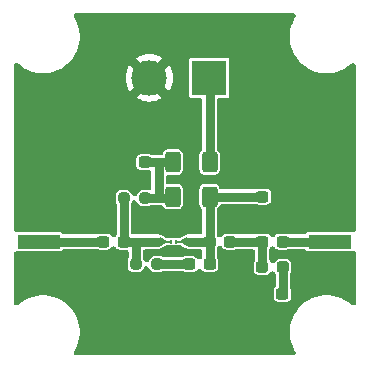
<source format=gbr>
%TF.GenerationSoftware,KiCad,Pcbnew,8.0.2*%
%TF.CreationDate,2025-01-11T01:13:48-03:00*%
%TF.ProjectId,tx_amplifier,74785f61-6d70-46c6-9966-6965722e6b69,v1.2*%
%TF.SameCoordinates,Original*%
%TF.FileFunction,Copper,L1,Top*%
%TF.FilePolarity,Positive*%
%FSLAX46Y46*%
G04 Gerber Fmt 4.6, Leading zero omitted, Abs format (unit mm)*
G04 Created by KiCad (PCBNEW 8.0.2) date 2025-01-11 01:13:48*
%MOMM*%
%LPD*%
G01*
G04 APERTURE LIST*
G04 Aperture macros list*
%AMRoundRect*
0 Rectangle with rounded corners*
0 $1 Rounding radius*
0 $2 $3 $4 $5 $6 $7 $8 $9 X,Y pos of 4 corners*
0 Add a 4 corners polygon primitive as box body*
4,1,4,$2,$3,$4,$5,$6,$7,$8,$9,$2,$3,0*
0 Add four circle primitives for the rounded corners*
1,1,$1+$1,$2,$3*
1,1,$1+$1,$4,$5*
1,1,$1+$1,$6,$7*
1,1,$1+$1,$8,$9*
0 Add four rect primitives between the rounded corners*
20,1,$1+$1,$2,$3,$4,$5,0*
20,1,$1+$1,$4,$5,$6,$7,0*
20,1,$1+$1,$6,$7,$8,$9,0*
20,1,$1+$1,$8,$9,$2,$3,0*%
G04 Aperture macros list end*
%TA.AperFunction,Conductor*%
%ADD10C,0.200000*%
%TD*%
%TA.AperFunction,SMDPad,CuDef*%
%ADD11RoundRect,0.237500X0.300000X0.237500X-0.300000X0.237500X-0.300000X-0.237500X0.300000X-0.237500X0*%
%TD*%
%TA.AperFunction,SMDPad,CuDef*%
%ADD12RoundRect,0.250000X-0.400000X-0.625000X0.400000X-0.625000X0.400000X0.625000X-0.400000X0.625000X0*%
%TD*%
%TA.AperFunction,SMDPad,CuDef*%
%ADD13RoundRect,0.237500X-0.300000X-0.237500X0.300000X-0.237500X0.300000X0.237500X-0.300000X0.237500X0*%
%TD*%
%TA.AperFunction,SMDPad,CuDef*%
%ADD14RoundRect,0.237500X-0.287500X-0.237500X0.287500X-0.237500X0.287500X0.237500X-0.287500X0.237500X0*%
%TD*%
%TA.AperFunction,SMDPad,CuDef*%
%ADD15R,3.600000X1.270000*%
%TD*%
%TA.AperFunction,SMDPad,CuDef*%
%ADD16R,4.200000X1.350000*%
%TD*%
%TA.AperFunction,SMDPad,CuDef*%
%ADD17RoundRect,0.237500X0.250000X0.237500X-0.250000X0.237500X-0.250000X-0.237500X0.250000X-0.237500X0*%
%TD*%
%TA.AperFunction,ComponentPad*%
%ADD18R,3.000000X3.000000*%
%TD*%
%TA.AperFunction,ComponentPad*%
%ADD19C,3.000000*%
%TD*%
%TA.AperFunction,SMDPad,CuDef*%
%ADD20RoundRect,0.237500X-0.250000X-0.237500X0.250000X-0.237500X0.250000X0.237500X-0.250000X0.237500X0*%
%TD*%
%TA.AperFunction,SMDPad,CuDef*%
%ADD21RoundRect,0.250000X0.400000X0.625000X-0.400000X0.625000X-0.400000X-0.625000X0.400000X-0.625000X0*%
%TD*%
%TA.AperFunction,SMDPad,CuDef*%
%ADD22R,0.225000X0.350000*%
%TD*%
%TA.AperFunction,SMDPad,CuDef*%
%ADD23R,0.600000X0.450000*%
%TD*%
%TA.AperFunction,ViaPad*%
%ADD24C,0.500000*%
%TD*%
%TA.AperFunction,Conductor*%
%ADD25C,0.800000*%
%TD*%
G04 APERTURE END LIST*
D10*
%TO.N,Net-(Q1-C)*%
X115196022Y-110136321D02*
X114647312Y-109838480D01*
X115196022Y-109577521D01*
X115196022Y-110136321D01*
%TA.AperFunction,Conductor*%
G36*
X115196022Y-110136321D02*
G01*
X114647312Y-109838480D01*
X115196022Y-109577521D01*
X115196022Y-110136321D01*
G37*
%TD.AperFunction*%
%TO.N,Net-(Q1-B)*%
X113416510Y-109873441D02*
X112867800Y-110134400D01*
X112867800Y-109575600D01*
X113416510Y-109873441D01*
%TA.AperFunction,Conductor*%
G36*
X113416510Y-109873441D02*
G01*
X112867800Y-110134400D01*
X112867800Y-109575600D01*
X113416510Y-109873441D01*
G37*
%TD.AperFunction*%
%TD*%
D11*
%TO.P,C2,1*%
%TO.N,Net-(C2-Pad1)*%
X111606500Y-103124000D03*
%TO.P,C2,2*%
%TO.N,GND*%
X109881500Y-103124000D03*
%TD*%
D12*
%TO.P,R1,1*%
%TO.N,Net-(C2-Pad1)*%
X113994000Y-103124000D03*
%TO.P,R1,2*%
%TO.N,+3.3V*%
X117094000Y-103124000D03*
%TD*%
D13*
%TO.P,C6,1*%
%TO.N,Net-(C6-Pad1)*%
X115369000Y-111760000D03*
%TO.P,C6,2*%
%TO.N,Net-(Q1-C)*%
X117094000Y-111760000D03*
%TD*%
D14*
%TO.P,L1,1,1*%
%TO.N,Net-(Q1-C)*%
X117094000Y-109855000D03*
%TO.P,L1,2,2*%
%TO.N,Net-(C5-Pad1)*%
X118844000Y-109855000D03*
%TD*%
D15*
%TO.P,J2,1,In*%
%TO.N,Net-(J2-In)*%
X127254000Y-109855000D03*
D16*
%TO.P,J2,2,Ext*%
%TO.N,GND*%
X127054000Y-112680000D03*
X127054000Y-107030000D03*
%TD*%
D13*
%TO.P,C5,1*%
%TO.N,Net-(C5-Pad1)*%
X121565500Y-109855000D03*
%TO.P,C5,2*%
%TO.N,Net-(J2-In)*%
X123290500Y-109855000D03*
%TD*%
D17*
%TO.P,R4,1*%
%TO.N,Net-(C6-Pad1)*%
X112672500Y-111760000D03*
%TO.P,R4,2*%
%TO.N,Net-(Q1-B)*%
X110847500Y-111760000D03*
%TD*%
D15*
%TO.P,J1,1,In*%
%TO.N,Net-(J1-In)*%
X102616000Y-109855000D03*
D16*
%TO.P,J1,2,Ext*%
%TO.N,GND*%
X102816000Y-107030000D03*
X102816000Y-112680000D03*
%TD*%
D18*
%TO.P,J3,1,Pin_1*%
%TO.N,+3.3V*%
X117080000Y-96000000D03*
D19*
%TO.P,J3,2,Pin_2*%
%TO.N,GND*%
X112000000Y-96000000D03*
%TD*%
D13*
%TO.P,C1,1*%
%TO.N,Net-(J1-In)*%
X108104000Y-109855000D03*
%TO.P,C1,2*%
%TO.N,Net-(Q1-B)*%
X109829000Y-109855000D03*
%TD*%
D14*
%TO.P,L2,1,1*%
%TO.N,Net-(C5-Pad1)*%
X121553000Y-112014000D03*
%TO.P,L2,2,2*%
%TO.N,Net-(C4-Pad2)*%
X123303000Y-112014000D03*
%TD*%
D20*
%TO.P,R2,1*%
%TO.N,Net-(Q1-B)*%
X109831500Y-106172000D03*
%TO.P,R2,2*%
%TO.N,Net-(C2-Pad1)*%
X111656500Y-106172000D03*
%TD*%
D13*
%TO.P,C4,1*%
%TO.N,GND*%
X121539000Y-114300000D03*
%TO.P,C4,2*%
%TO.N,Net-(C4-Pad2)*%
X123264000Y-114300000D03*
%TD*%
D11*
%TO.P,C3,1*%
%TO.N,GND*%
X123290500Y-106045000D03*
%TO.P,C3,2*%
%TO.N,Net-(Q1-C)*%
X121565500Y-106045000D03*
%TD*%
D21*
%TO.P,R3,1*%
%TO.N,Net-(Q1-C)*%
X117094000Y-106045000D03*
%TO.P,R3,2*%
%TO.N,Net-(C2-Pad1)*%
X113994000Y-106045000D03*
%TD*%
D22*
%TO.P,Q1,1,B*%
%TO.N,Net-(Q1-B)*%
X113874100Y-109855000D03*
%TO.P,Q1,2,C*%
%TO.N,Net-(Q1-C)*%
X114248600Y-109855000D03*
D23*
%TO.P,Q1,3,E*%
%TO.N,GND*%
X114061600Y-109255000D03*
%TD*%
D24*
%TO.N,GND*%
X105500000Y-111000000D03*
X120500000Y-111000000D03*
X119000000Y-105000000D03*
X113500000Y-107500000D03*
X103500000Y-108600000D03*
X108500000Y-107500000D03*
X115200000Y-109000000D03*
X126000000Y-111000000D03*
X118000000Y-100500000D03*
X116200000Y-108000000D03*
X111500000Y-104250000D03*
X114500000Y-113000000D03*
X118000000Y-98500000D03*
X127000000Y-108600000D03*
X102500000Y-111000000D03*
X122000000Y-105000000D03*
X118500000Y-112000000D03*
X115500000Y-101500000D03*
X120000000Y-105000000D03*
X115500000Y-105500000D03*
X118500000Y-113000000D03*
X117500000Y-113000000D03*
X107500000Y-108600000D03*
X101500000Y-108600000D03*
X113000000Y-110750000D03*
X119500000Y-111000000D03*
X113500000Y-101500000D03*
X112500000Y-113000000D03*
X123500000Y-108600000D03*
X101500000Y-111000000D03*
X111000000Y-108000000D03*
X114000000Y-110750000D03*
X111500000Y-102000000D03*
X114500000Y-101500000D03*
X108500000Y-111000000D03*
X119500000Y-108600000D03*
X115500000Y-113000000D03*
X112500000Y-102000000D03*
X118500000Y-111000000D03*
X116200000Y-109000000D03*
X106500000Y-111000000D03*
X117000000Y-104500000D03*
X108500000Y-105500000D03*
X126000000Y-108600000D03*
X124500000Y-111000000D03*
X127000000Y-111000000D03*
X105500000Y-108600000D03*
X109500000Y-112000000D03*
X113500000Y-113000000D03*
X108500000Y-106500000D03*
X106500000Y-108600000D03*
X118500000Y-103500000D03*
X121500000Y-108600000D03*
X112000000Y-110750000D03*
X115500000Y-106500000D03*
X120500000Y-112000000D03*
X121500000Y-107000000D03*
X122500000Y-108600000D03*
X118500000Y-107500000D03*
X107500000Y-111000000D03*
X112500000Y-107500000D03*
X116500000Y-113000000D03*
X108500000Y-108600000D03*
X115500000Y-107500000D03*
X116000000Y-99500000D03*
X120500000Y-108600000D03*
X102500000Y-108600000D03*
X111000000Y-107000000D03*
X104500000Y-108600000D03*
X113000000Y-109000000D03*
X116000000Y-100500000D03*
X109500000Y-111000000D03*
X111000000Y-109000000D03*
X116000000Y-98500000D03*
X119500000Y-107000000D03*
X104500000Y-111000000D03*
X121000000Y-105000000D03*
X112000000Y-109000000D03*
X109500000Y-113000000D03*
X118500000Y-108600000D03*
X118000000Y-101500000D03*
X118000000Y-104500000D03*
X111500000Y-113000000D03*
X124500000Y-108600000D03*
X128000000Y-111000000D03*
X118000000Y-99500000D03*
X120500000Y-107000000D03*
X115500000Y-102500000D03*
X116000000Y-110750000D03*
X115000000Y-110750000D03*
X111500000Y-105000000D03*
X114500000Y-107500000D03*
X110500000Y-105000000D03*
X103500000Y-111000000D03*
X118500000Y-102500000D03*
X109500000Y-105000000D03*
X128000000Y-108600000D03*
X110500000Y-113000000D03*
X115500000Y-103500000D03*
%TD*%
D25*
%TO.N,Net-(Q1-B)*%
X109831500Y-106172000D02*
X109831500Y-109852500D01*
X111604000Y-109858000D02*
X111607000Y-109855000D01*
X111099000Y-109855000D02*
X111607000Y-109855000D01*
X109831500Y-109852500D02*
X109829000Y-109855000D01*
X110847500Y-111760000D02*
X110847500Y-110106500D01*
X110847500Y-110106500D02*
X111099000Y-109855000D01*
X111607000Y-109855000D02*
X112750000Y-109855000D01*
D10*
X113874100Y-109855000D02*
X112750000Y-109855000D01*
D25*
X111099000Y-109855000D02*
X109829000Y-109855000D01*
%TO.N,Net-(J1-In)*%
X108104000Y-109855000D02*
X102616000Y-109855000D01*
%TO.N,Net-(C2-Pad1)*%
X112776000Y-103124000D02*
X113994000Y-103124000D01*
X112776000Y-103124000D02*
X112776000Y-106070400D01*
X112674400Y-106172000D02*
X113867000Y-106172000D01*
X111606500Y-103124000D02*
X112776000Y-103124000D01*
X111656500Y-106172000D02*
X112674400Y-106172000D01*
X112776000Y-106070400D02*
X112674400Y-106172000D01*
X113867000Y-106172000D02*
X113994000Y-106045000D01*
%TO.N,Net-(Q1-C)*%
X117094000Y-106045000D02*
X121565500Y-106045000D01*
X115315400Y-109855000D02*
X117094000Y-109855000D01*
X117094000Y-109855000D02*
X117094000Y-106045000D01*
X117094000Y-111760000D02*
X117094000Y-109855000D01*
D10*
X114248600Y-109855000D02*
X115315400Y-109855000D01*
D25*
%TO.N,Net-(C4-Pad2)*%
X123303000Y-112014000D02*
X123303000Y-114261000D01*
X123303000Y-114261000D02*
X123264000Y-114300000D01*
%TO.N,Net-(C5-Pad1)*%
X121565500Y-112001500D02*
X121553000Y-112014000D01*
X121565500Y-109855000D02*
X121565500Y-112001500D01*
X118844000Y-109855000D02*
X121565500Y-109855000D01*
%TO.N,Net-(J2-In)*%
X123290500Y-109855000D02*
X127254000Y-109855000D01*
%TO.N,Net-(C6-Pad1)*%
X115369000Y-111760000D02*
X112672500Y-111760000D01*
%TO.N,+3.3V*%
X117094000Y-96014000D02*
X117080000Y-96000000D01*
X117094000Y-103124000D02*
X117094000Y-96014000D01*
%TD*%
%TA.AperFunction,Conductor*%
%TO.N,GND*%
G36*
X118028929Y-110211700D02*
G01*
X118116854Y-110253031D01*
X118169345Y-110305520D01*
X118243287Y-110405709D01*
X118243290Y-110405712D01*
X118317233Y-110460284D01*
X118349525Y-110484116D01*
X118474151Y-110527725D01*
X118503738Y-110530499D01*
X118503742Y-110530500D01*
X118503744Y-110530500D01*
X119184258Y-110530500D01*
X119184260Y-110530499D01*
X119213849Y-110527725D01*
X119338475Y-110484116D01*
X119338475Y-110484115D01*
X119356087Y-110477953D01*
X119356408Y-110478871D01*
X119431125Y-110456588D01*
X119454372Y-110455500D01*
X120716000Y-110455500D01*
X120811288Y-110474454D01*
X120892070Y-110528430D01*
X120946046Y-110609212D01*
X120965000Y-110704500D01*
X120965000Y-111364131D01*
X120946046Y-111459419D01*
X120916345Y-111511992D01*
X120873884Y-111569524D01*
X120830274Y-111694153D01*
X120827500Y-111723735D01*
X120827500Y-112304264D01*
X120830274Y-112333846D01*
X120873883Y-112458474D01*
X120952287Y-112564709D01*
X120952290Y-112564712D01*
X121058525Y-112643116D01*
X121183151Y-112686725D01*
X121212738Y-112689499D01*
X121212742Y-112689500D01*
X121212744Y-112689500D01*
X121893258Y-112689500D01*
X121893260Y-112689499D01*
X121922849Y-112686725D01*
X122047475Y-112643116D01*
X122153711Y-112564711D01*
X122227654Y-112464521D01*
X122299487Y-112399107D01*
X122390886Y-112366162D01*
X122487935Y-112370701D01*
X122575859Y-112412034D01*
X122628346Y-112464521D01*
X122653846Y-112499073D01*
X122695179Y-112586997D01*
X122702500Y-112646932D01*
X122702500Y-113597287D01*
X122683546Y-113692575D01*
X122653845Y-113745147D01*
X122572384Y-113855522D01*
X122528774Y-113980153D01*
X122526000Y-114009735D01*
X122526000Y-114590264D01*
X122528774Y-114619846D01*
X122572383Y-114744474D01*
X122650787Y-114850709D01*
X122650789Y-114850711D01*
X122757025Y-114929116D01*
X122881651Y-114972725D01*
X122911238Y-114975499D01*
X122911242Y-114975500D01*
X122911244Y-114975500D01*
X123616758Y-114975500D01*
X123616760Y-114975499D01*
X123646349Y-114972725D01*
X123770975Y-114929116D01*
X123877211Y-114850711D01*
X123955616Y-114744475D01*
X123999225Y-114619849D01*
X124002000Y-114590256D01*
X124002000Y-114009744D01*
X123999225Y-113980151D01*
X123955616Y-113855525D01*
X123955614Y-113855522D01*
X123955614Y-113855521D01*
X123952151Y-113850829D01*
X123910820Y-113762904D01*
X123903500Y-113702974D01*
X123903500Y-112646932D01*
X123922454Y-112551644D01*
X123952155Y-112499071D01*
X123982116Y-112458475D01*
X123991126Y-112432725D01*
X124025725Y-112333849D01*
X124028500Y-112304256D01*
X124028500Y-111723744D01*
X124025725Y-111694151D01*
X123982116Y-111569525D01*
X123908475Y-111469744D01*
X123903712Y-111463290D01*
X123903709Y-111463287D01*
X123797474Y-111384883D01*
X123672846Y-111341274D01*
X123643264Y-111338500D01*
X123643256Y-111338500D01*
X122962744Y-111338500D01*
X122962735Y-111338500D01*
X122933153Y-111341274D01*
X122808525Y-111384883D01*
X122702290Y-111463287D01*
X122702285Y-111463292D01*
X122628344Y-111563480D01*
X122556510Y-111628893D01*
X122465111Y-111661838D01*
X122368062Y-111657298D01*
X122280138Y-111615964D01*
X122227647Y-111563470D01*
X122222525Y-111556529D01*
X122214647Y-111545854D01*
X122173318Y-111457928D01*
X122166000Y-111398004D01*
X122166000Y-110504869D01*
X122184954Y-110409581D01*
X122214647Y-110357019D01*
X122214705Y-110356940D01*
X122227650Y-110339400D01*
X122299477Y-110273986D01*
X122390874Y-110241037D01*
X122487923Y-110245572D01*
X122575849Y-110286901D01*
X122628345Y-110339394D01*
X122677287Y-110405709D01*
X122677290Y-110405712D01*
X122751233Y-110460284D01*
X122783525Y-110484116D01*
X122908151Y-110527725D01*
X122937738Y-110530499D01*
X122937742Y-110530500D01*
X122937744Y-110530500D01*
X123643258Y-110530500D01*
X123643260Y-110530499D01*
X123672849Y-110527725D01*
X123797475Y-110484116D01*
X123797475Y-110484115D01*
X123815087Y-110477953D01*
X123815408Y-110478871D01*
X123890125Y-110456588D01*
X123913372Y-110455500D01*
X125056716Y-110455500D01*
X125152004Y-110474454D01*
X125232786Y-110528430D01*
X125263751Y-110566162D01*
X125265132Y-110568229D01*
X125265133Y-110568231D01*
X125309448Y-110634552D01*
X125309451Y-110634554D01*
X125375767Y-110678866D01*
X125375769Y-110678867D01*
X125434252Y-110690500D01*
X125434255Y-110690500D01*
X129073745Y-110690500D01*
X129073748Y-110690500D01*
X129132231Y-110678867D01*
X129132235Y-110678863D01*
X129154888Y-110669482D01*
X129156644Y-110673723D01*
X129202267Y-110654792D01*
X129299422Y-110654731D01*
X129389205Y-110691853D01*
X129457948Y-110760508D01*
X129495185Y-110850244D01*
X129500000Y-110898977D01*
X129500000Y-115014092D01*
X129481046Y-115109380D01*
X129427070Y-115190162D01*
X129346288Y-115244138D01*
X129251000Y-115263092D01*
X129155712Y-115244138D01*
X129074933Y-115190164D01*
X129069263Y-115184494D01*
X128807192Y-114975500D01*
X128796996Y-114967369D01*
X128502143Y-114782100D01*
X128502139Y-114782098D01*
X128502133Y-114782094D01*
X128502123Y-114782089D01*
X128502119Y-114782087D01*
X128188373Y-114630995D01*
X127951659Y-114548166D01*
X127859681Y-114515982D01*
X127859683Y-114515982D01*
X127520172Y-114438491D01*
X127174132Y-114399500D01*
X127174120Y-114399500D01*
X126825880Y-114399500D01*
X126825867Y-114399500D01*
X126479827Y-114438491D01*
X126140318Y-114515982D01*
X125811626Y-114630995D01*
X125497880Y-114782087D01*
X125497856Y-114782100D01*
X125203003Y-114967369D01*
X124930740Y-115184491D01*
X124684491Y-115430740D01*
X124467369Y-115703003D01*
X124282100Y-115997856D01*
X124282087Y-115997880D01*
X124130995Y-116311626D01*
X124015982Y-116640318D01*
X123938491Y-116979827D01*
X123899500Y-117325867D01*
X123899500Y-117674132D01*
X123938491Y-118020172D01*
X124015982Y-118359681D01*
X124130995Y-118688373D01*
X124130998Y-118688379D01*
X124282094Y-119002133D01*
X124282098Y-119002139D01*
X124282100Y-119002143D01*
X124355227Y-119118524D01*
X124389875Y-119209291D01*
X124387150Y-119306408D01*
X124347468Y-119395089D01*
X124276869Y-119461834D01*
X124186102Y-119496482D01*
X124144393Y-119500000D01*
X105855607Y-119500000D01*
X105760319Y-119481046D01*
X105679537Y-119427070D01*
X105625561Y-119346288D01*
X105606607Y-119251000D01*
X105625561Y-119155712D01*
X105644773Y-119118524D01*
X105677377Y-119066634D01*
X105717906Y-119002133D01*
X105869002Y-118688379D01*
X105984018Y-118359681D01*
X106061509Y-118020171D01*
X106100500Y-117674120D01*
X106100500Y-117325880D01*
X106061509Y-116979829D01*
X105984018Y-116640319D01*
X105869002Y-116311621D01*
X105717906Y-115997867D01*
X105532630Y-115703003D01*
X105315506Y-115430737D01*
X105069263Y-115184494D01*
X104807192Y-114975500D01*
X104796996Y-114967369D01*
X104502143Y-114782100D01*
X104502139Y-114782098D01*
X104502133Y-114782094D01*
X104502123Y-114782089D01*
X104502119Y-114782087D01*
X104188373Y-114630995D01*
X103951659Y-114548166D01*
X103859681Y-114515982D01*
X103859683Y-114515982D01*
X103520172Y-114438491D01*
X103174132Y-114399500D01*
X103174120Y-114399500D01*
X102825880Y-114399500D01*
X102825867Y-114399500D01*
X102479827Y-114438491D01*
X102140318Y-114515982D01*
X101811626Y-114630995D01*
X101497880Y-114782087D01*
X101497856Y-114782100D01*
X101203003Y-114967369D01*
X100930740Y-115184491D01*
X100930737Y-115184493D01*
X100930737Y-115184494D01*
X100925066Y-115190164D01*
X100844288Y-115244138D01*
X100749000Y-115263092D01*
X100653712Y-115244138D01*
X100572930Y-115190162D01*
X100518954Y-115109380D01*
X100500000Y-115014092D01*
X100500000Y-110934979D01*
X100518954Y-110839691D01*
X100572930Y-110758909D01*
X100653712Y-110704933D01*
X100749000Y-110685979D01*
X100784066Y-110689432D01*
X100784079Y-110689301D01*
X100796252Y-110690500D01*
X104435745Y-110690500D01*
X104435748Y-110690500D01*
X104494231Y-110678867D01*
X104560552Y-110634552D01*
X104604867Y-110568231D01*
X104604867Y-110568229D01*
X104606249Y-110566162D01*
X104674948Y-110497464D01*
X104764707Y-110460284D01*
X104813284Y-110455500D01*
X107481128Y-110455500D01*
X107576416Y-110474454D01*
X107596806Y-110484039D01*
X107597024Y-110484115D01*
X107597025Y-110484116D01*
X107721651Y-110527725D01*
X107751238Y-110530499D01*
X107751242Y-110530500D01*
X107751244Y-110530500D01*
X108456758Y-110530500D01*
X108456760Y-110530499D01*
X108486349Y-110527725D01*
X108610975Y-110484116D01*
X108717211Y-110405711D01*
X108766155Y-110339394D01*
X108837988Y-110273981D01*
X108929386Y-110241036D01*
X109026435Y-110245576D01*
X109114360Y-110286909D01*
X109166846Y-110339395D01*
X109215787Y-110405709D01*
X109215790Y-110405712D01*
X109289733Y-110460284D01*
X109322025Y-110484116D01*
X109446651Y-110527725D01*
X109476238Y-110530499D01*
X109476242Y-110530500D01*
X109998000Y-110530500D01*
X110093288Y-110549454D01*
X110174070Y-110603430D01*
X110228046Y-110684212D01*
X110247000Y-110779500D01*
X110247000Y-111177878D01*
X110228046Y-111273166D01*
X110213705Y-111298551D01*
X110214604Y-111299026D01*
X110205884Y-111315524D01*
X110162274Y-111440154D01*
X110159500Y-111469735D01*
X110159500Y-112050264D01*
X110162274Y-112079846D01*
X110205883Y-112204474D01*
X110284287Y-112310709D01*
X110284290Y-112310712D01*
X110359423Y-112366162D01*
X110390525Y-112389116D01*
X110515151Y-112432725D01*
X110544738Y-112435499D01*
X110544742Y-112435500D01*
X110544744Y-112435500D01*
X111150258Y-112435500D01*
X111150260Y-112435499D01*
X111179849Y-112432725D01*
X111304475Y-112389116D01*
X111410711Y-112310711D01*
X111489116Y-112204475D01*
X111524973Y-112102000D01*
X111574335Y-112018322D01*
X111651963Y-111959901D01*
X111746039Y-111935634D01*
X111842240Y-111949215D01*
X111925920Y-111998577D01*
X111984341Y-112076205D01*
X111995027Y-112102002D01*
X112030883Y-112204474D01*
X112109287Y-112310709D01*
X112109290Y-112310712D01*
X112184423Y-112366162D01*
X112215525Y-112389116D01*
X112340151Y-112432725D01*
X112369738Y-112435499D01*
X112369742Y-112435500D01*
X112369744Y-112435500D01*
X112975258Y-112435500D01*
X112975260Y-112435499D01*
X113004849Y-112432725D01*
X113129475Y-112389116D01*
X113129475Y-112389115D01*
X113147087Y-112382953D01*
X113147408Y-112383871D01*
X113222125Y-112361588D01*
X113245372Y-112360500D01*
X114746128Y-112360500D01*
X114841416Y-112379454D01*
X114861806Y-112389039D01*
X114862024Y-112389115D01*
X114862025Y-112389116D01*
X114986651Y-112432725D01*
X115016238Y-112435499D01*
X115016242Y-112435500D01*
X115016244Y-112435500D01*
X115721758Y-112435500D01*
X115721760Y-112435499D01*
X115751349Y-112432725D01*
X115875975Y-112389116D01*
X115982211Y-112310711D01*
X116031154Y-112244395D01*
X116102988Y-112178981D01*
X116194386Y-112146036D01*
X116291435Y-112150576D01*
X116379360Y-112191909D01*
X116431846Y-112244395D01*
X116480787Y-112310709D01*
X116480790Y-112310712D01*
X116555923Y-112366162D01*
X116587025Y-112389116D01*
X116711651Y-112432725D01*
X116741238Y-112435499D01*
X116741242Y-112435500D01*
X116741244Y-112435500D01*
X117446758Y-112435500D01*
X117446760Y-112435499D01*
X117476349Y-112432725D01*
X117600975Y-112389116D01*
X117707211Y-112310711D01*
X117785616Y-112204475D01*
X117829225Y-112079849D01*
X117832000Y-112050256D01*
X117832000Y-111469744D01*
X117829225Y-111440151D01*
X117785616Y-111315525D01*
X117743154Y-111257991D01*
X117701821Y-111170068D01*
X117694500Y-111110131D01*
X117694500Y-110487932D01*
X117713454Y-110392644D01*
X117743151Y-110340077D01*
X117750195Y-110330531D01*
X117768655Y-110305520D01*
X117840482Y-110240109D01*
X117931880Y-110207162D01*
X118028929Y-110211700D01*
G37*
%TD.AperFunction*%
%TA.AperFunction,Conductor*%
G36*
X113678557Y-110168326D02*
G01*
X113678825Y-110166983D01*
X113720270Y-110175226D01*
X113746778Y-110180499D01*
X113746779Y-110180500D01*
X113746780Y-110180500D01*
X114001421Y-110180500D01*
X114001421Y-110180499D01*
X114010517Y-110178690D01*
X114012767Y-110178243D01*
X114109918Y-110178240D01*
X114109930Y-110178242D01*
X114109933Y-110178243D01*
X114112992Y-110178851D01*
X114121278Y-110180499D01*
X114121279Y-110180500D01*
X114121280Y-110180500D01*
X114375921Y-110180500D01*
X114375921Y-110180499D01*
X114409116Y-110173896D01*
X114443875Y-110166983D01*
X114444142Y-110168326D01*
X114508622Y-110155500D01*
X114527744Y-110155500D01*
X114623032Y-110174454D01*
X114646530Y-110185660D01*
X114694504Y-110211700D01*
X115050282Y-110404817D01*
X115112418Y-110430159D01*
X115136239Y-110432366D01*
X115177696Y-110439785D01*
X115236343Y-110455500D01*
X116244500Y-110455500D01*
X116339788Y-110474454D01*
X116420570Y-110528430D01*
X116474546Y-110609212D01*
X116493500Y-110704500D01*
X116493500Y-111110131D01*
X116474546Y-111205419D01*
X116444843Y-111257994D01*
X116431843Y-111275608D01*
X116360008Y-111341021D01*
X116268609Y-111373964D01*
X116171560Y-111369423D01*
X116083637Y-111328088D01*
X116031154Y-111275605D01*
X115982212Y-111209290D01*
X115982209Y-111209287D01*
X115875974Y-111130883D01*
X115751346Y-111087274D01*
X115721764Y-111084500D01*
X115721756Y-111084500D01*
X115016244Y-111084500D01*
X115016235Y-111084500D01*
X114986654Y-111087274D01*
X114986651Y-111087274D01*
X114986651Y-111087275D01*
X114862025Y-111130884D01*
X114862024Y-111130884D01*
X114844413Y-111137047D01*
X114844091Y-111136128D01*
X114769375Y-111158412D01*
X114746128Y-111159500D01*
X113245372Y-111159500D01*
X113150084Y-111140546D01*
X113129693Y-111130960D01*
X113070167Y-111110131D01*
X113004849Y-111087275D01*
X113004847Y-111087274D01*
X113004845Y-111087274D01*
X112975264Y-111084500D01*
X112975256Y-111084500D01*
X112369744Y-111084500D01*
X112369735Y-111084500D01*
X112340153Y-111087274D01*
X112215525Y-111130883D01*
X112109290Y-111209287D01*
X112109287Y-111209290D01*
X112030882Y-111315526D01*
X111995025Y-111417999D01*
X111945662Y-111501679D01*
X111868034Y-111560099D01*
X111773958Y-111584365D01*
X111677757Y-111570783D01*
X111594077Y-111521420D01*
X111535657Y-111443792D01*
X111524975Y-111418004D01*
X111489116Y-111315525D01*
X111489114Y-111315522D01*
X111480396Y-111299026D01*
X111483359Y-111297459D01*
X111455317Y-111237797D01*
X111448000Y-111177878D01*
X111448000Y-110707501D01*
X111466954Y-110612213D01*
X111520930Y-110531431D01*
X111601712Y-110477455D01*
X111667374Y-110464393D01*
X111666879Y-110460631D01*
X111689676Y-110457630D01*
X111722174Y-110455500D01*
X112829054Y-110455500D01*
X112829057Y-110455500D01*
X112884675Y-110440596D01*
X112884773Y-110440571D01*
X112890484Y-110439056D01*
X112890486Y-110439057D01*
X112970783Y-110417771D01*
X112999002Y-110410291D01*
X112999003Y-110410290D01*
X112999009Y-110410289D01*
X113483998Y-110179634D01*
X113578191Y-110155827D01*
X113590941Y-110155500D01*
X113614076Y-110155500D01*
X113678557Y-110168326D01*
G37*
%TD.AperFunction*%
%TA.AperFunction,Conductor*%
G36*
X124239681Y-90518954D02*
G01*
X124320463Y-90572930D01*
X124374439Y-90653712D01*
X124393393Y-90749000D01*
X124374439Y-90844288D01*
X124355227Y-90881476D01*
X124282100Y-90997856D01*
X124282087Y-90997880D01*
X124130995Y-91311626D01*
X124015982Y-91640318D01*
X123938491Y-91979827D01*
X123899500Y-92325867D01*
X123899500Y-92674132D01*
X123938491Y-93020172D01*
X124015982Y-93359681D01*
X124130995Y-93688373D01*
X124130998Y-93688379D01*
X124282094Y-94002133D01*
X124282098Y-94002139D01*
X124282100Y-94002143D01*
X124467369Y-94296996D01*
X124513983Y-94355448D01*
X124684494Y-94569263D01*
X124930737Y-94815506D01*
X125203003Y-95032630D01*
X125497867Y-95217906D01*
X125811621Y-95369002D01*
X125811624Y-95369003D01*
X125811626Y-95369004D01*
X125877455Y-95392038D01*
X126140319Y-95484018D01*
X126479829Y-95561509D01*
X126696106Y-95585877D01*
X126825867Y-95600499D01*
X126825880Y-95600500D01*
X127174120Y-95600500D01*
X127174132Y-95600499D01*
X127272434Y-95589422D01*
X127520171Y-95561509D01*
X127859681Y-95484018D01*
X128188379Y-95369002D01*
X128502133Y-95217906D01*
X128796997Y-95032630D01*
X129069263Y-94815506D01*
X129074933Y-94809835D01*
X129155712Y-94755862D01*
X129251000Y-94736908D01*
X129346288Y-94755862D01*
X129427070Y-94809838D01*
X129481046Y-94890620D01*
X129500000Y-94985908D01*
X129500000Y-108811022D01*
X129481046Y-108906310D01*
X129427070Y-108987092D01*
X129346288Y-109041068D01*
X129251000Y-109060022D01*
X129155712Y-109041068D01*
X129153975Y-109040139D01*
X129132233Y-109031134D01*
X129132232Y-109031133D01*
X129132231Y-109031133D01*
X129073748Y-109019500D01*
X125434252Y-109019500D01*
X125399162Y-109026479D01*
X125375767Y-109031133D01*
X125309451Y-109075445D01*
X125309446Y-109075450D01*
X125263751Y-109143838D01*
X125195052Y-109212536D01*
X125105293Y-109249716D01*
X125056716Y-109254500D01*
X123913372Y-109254500D01*
X123818084Y-109235546D01*
X123797693Y-109225960D01*
X123746009Y-109207875D01*
X123672849Y-109182275D01*
X123672847Y-109182274D01*
X123672845Y-109182274D01*
X123643264Y-109179500D01*
X123643256Y-109179500D01*
X122937744Y-109179500D01*
X122937735Y-109179500D01*
X122908153Y-109182274D01*
X122783525Y-109225883D01*
X122677290Y-109304287D01*
X122677285Y-109304292D01*
X122628345Y-109370605D01*
X122556511Y-109436018D01*
X122465112Y-109468963D01*
X122368063Y-109464423D01*
X122280139Y-109423089D01*
X122227655Y-109370605D01*
X122178714Y-109304292D01*
X122178709Y-109304287D01*
X122072474Y-109225883D01*
X121947846Y-109182274D01*
X121918264Y-109179500D01*
X121918256Y-109179500D01*
X121212744Y-109179500D01*
X121212735Y-109179500D01*
X121183154Y-109182274D01*
X121183151Y-109182274D01*
X121183151Y-109182275D01*
X121058525Y-109225884D01*
X121058524Y-109225884D01*
X121040913Y-109232047D01*
X121040591Y-109231128D01*
X120965875Y-109253412D01*
X120942628Y-109254500D01*
X119454372Y-109254500D01*
X119359084Y-109235546D01*
X119338693Y-109225960D01*
X119287009Y-109207875D01*
X119213849Y-109182275D01*
X119213847Y-109182274D01*
X119213845Y-109182274D01*
X119184264Y-109179500D01*
X119184256Y-109179500D01*
X118503744Y-109179500D01*
X118503735Y-109179500D01*
X118474153Y-109182274D01*
X118349525Y-109225883D01*
X118243290Y-109304287D01*
X118243285Y-109304292D01*
X118169344Y-109404480D01*
X118097510Y-109469893D01*
X118006111Y-109502838D01*
X117909062Y-109498298D01*
X117821138Y-109456964D01*
X117768650Y-109404474D01*
X117743151Y-109369922D01*
X117701820Y-109281997D01*
X117694500Y-109222067D01*
X117694500Y-107207632D01*
X117713454Y-107112344D01*
X117767430Y-107031562D01*
X117795630Y-107007293D01*
X117816150Y-106992150D01*
X117896793Y-106882882D01*
X117921504Y-106812259D01*
X117970865Y-106728580D01*
X118048493Y-106670159D01*
X118142568Y-106645892D01*
X118156531Y-106645500D01*
X120942628Y-106645500D01*
X121037916Y-106664454D01*
X121058306Y-106674039D01*
X121058524Y-106674115D01*
X121058525Y-106674116D01*
X121183151Y-106717725D01*
X121212738Y-106720499D01*
X121212742Y-106720500D01*
X121212744Y-106720500D01*
X121918258Y-106720500D01*
X121918260Y-106720499D01*
X121947849Y-106717725D01*
X122072475Y-106674116D01*
X122178711Y-106595711D01*
X122257116Y-106489475D01*
X122300725Y-106364849D01*
X122303500Y-106335256D01*
X122303500Y-105754744D01*
X122300725Y-105725151D01*
X122257116Y-105600525D01*
X122235695Y-105571500D01*
X122178712Y-105494290D01*
X122178709Y-105494287D01*
X122072474Y-105415883D01*
X121947846Y-105372274D01*
X121918264Y-105369500D01*
X121918256Y-105369500D01*
X121212744Y-105369500D01*
X121212735Y-105369500D01*
X121183154Y-105372274D01*
X121183151Y-105372274D01*
X121183151Y-105372275D01*
X121058525Y-105415884D01*
X121058524Y-105415884D01*
X121040913Y-105422047D01*
X121040591Y-105421128D01*
X120965875Y-105443412D01*
X120942628Y-105444500D01*
X118156531Y-105444500D01*
X118061243Y-105425546D01*
X117980461Y-105371570D01*
X117926485Y-105290788D01*
X117921504Y-105277739D01*
X117896793Y-105207119D01*
X117896793Y-105207118D01*
X117816150Y-105097850D01*
X117706882Y-105017207D01*
X117706880Y-105017206D01*
X117651898Y-104997967D01*
X117578699Y-104972354D01*
X117578697Y-104972353D01*
X117578695Y-104972353D01*
X117548273Y-104969500D01*
X117548266Y-104969500D01*
X116639734Y-104969500D01*
X116639726Y-104969500D01*
X116609304Y-104972353D01*
X116481119Y-105017206D01*
X116481116Y-105017208D01*
X116371853Y-105097847D01*
X116371847Y-105097853D01*
X116291208Y-105207116D01*
X116291206Y-105207119D01*
X116246353Y-105335304D01*
X116243500Y-105365726D01*
X116243500Y-106724273D01*
X116246353Y-106754695D01*
X116246353Y-106754697D01*
X116246354Y-106754699D01*
X116260761Y-106795871D01*
X116287972Y-106873639D01*
X116291207Y-106882882D01*
X116371850Y-106992150D01*
X116392362Y-107007288D01*
X116457773Y-107079119D01*
X116490718Y-107170518D01*
X116493500Y-107207632D01*
X116493500Y-109005500D01*
X116474546Y-109100788D01*
X116420570Y-109181570D01*
X116339788Y-109235546D01*
X116244500Y-109254500D01*
X115236343Y-109254500D01*
X115075822Y-109297511D01*
X115075587Y-109297590D01*
X115075617Y-109297670D01*
X115064806Y-109301634D01*
X114598374Y-109523463D01*
X114504182Y-109547271D01*
X114442856Y-109542814D01*
X114375921Y-109529500D01*
X114375920Y-109529500D01*
X114121280Y-109529500D01*
X114121272Y-109529500D01*
X114109923Y-109531758D01*
X114012777Y-109531758D01*
X114001427Y-109529500D01*
X114001420Y-109529500D01*
X113746780Y-109529500D01*
X113746777Y-109529500D01*
X113678825Y-109543017D01*
X113678557Y-109541673D01*
X113614078Y-109554500D01*
X113532539Y-109554500D01*
X113437251Y-109535546D01*
X113413753Y-109524340D01*
X113227213Y-109423086D01*
X113013540Y-109307104D01*
X113013534Y-109307101D01*
X113013525Y-109307097D01*
X112951405Y-109281762D01*
X112951396Y-109281760D01*
X112940957Y-109280793D01*
X112899492Y-109273372D01*
X112829059Y-109254500D01*
X112829057Y-109254500D01*
X111701335Y-109254500D01*
X111701319Y-109254499D01*
X111686058Y-109254499D01*
X111527943Y-109254499D01*
X111512682Y-109254499D01*
X111512666Y-109254500D01*
X111193335Y-109254500D01*
X111193319Y-109254499D01*
X111178058Y-109254499D01*
X111019943Y-109254499D01*
X111004682Y-109254499D01*
X111004666Y-109254500D01*
X110681000Y-109254500D01*
X110585712Y-109235546D01*
X110504930Y-109181570D01*
X110450954Y-109100788D01*
X110432000Y-109005500D01*
X110432000Y-106754120D01*
X110450954Y-106658832D01*
X110465297Y-106633445D01*
X110464398Y-106632970D01*
X110473112Y-106616479D01*
X110473116Y-106616475D01*
X110508973Y-106514000D01*
X110558335Y-106430322D01*
X110635963Y-106371901D01*
X110730039Y-106347634D01*
X110826240Y-106361215D01*
X110909920Y-106410577D01*
X110968341Y-106488205D01*
X110979027Y-106514002D01*
X111014883Y-106616474D01*
X111093287Y-106722709D01*
X111093290Y-106722712D01*
X111186433Y-106791454D01*
X111199525Y-106801116D01*
X111324151Y-106844725D01*
X111353738Y-106847499D01*
X111353742Y-106847500D01*
X111353744Y-106847500D01*
X111959258Y-106847500D01*
X111959260Y-106847499D01*
X111988849Y-106844725D01*
X112113475Y-106801116D01*
X112113475Y-106801115D01*
X112131087Y-106794953D01*
X112131408Y-106795871D01*
X112206125Y-106773588D01*
X112229372Y-106772500D01*
X112580066Y-106772500D01*
X112580082Y-106772501D01*
X112595343Y-106772501D01*
X112768718Y-106772501D01*
X112768734Y-106772500D01*
X112984040Y-106772500D01*
X113079328Y-106791454D01*
X113160110Y-106845430D01*
X113184385Y-106873639D01*
X113271847Y-106992146D01*
X113271850Y-106992150D01*
X113381118Y-107072793D01*
X113509301Y-107117646D01*
X113539727Y-107120499D01*
X113539729Y-107120500D01*
X113539734Y-107120500D01*
X114448271Y-107120500D01*
X114448272Y-107120499D01*
X114478699Y-107117646D01*
X114606882Y-107072793D01*
X114716150Y-106992150D01*
X114796793Y-106882882D01*
X114841646Y-106754699D01*
X114844500Y-106724266D01*
X114844500Y-105365734D01*
X114841646Y-105335301D01*
X114796793Y-105207118D01*
X114716150Y-105097850D01*
X114606882Y-105017207D01*
X114606880Y-105017206D01*
X114551898Y-104997967D01*
X114478699Y-104972354D01*
X114478697Y-104972353D01*
X114478695Y-104972353D01*
X114448273Y-104969500D01*
X114448266Y-104969500D01*
X113625500Y-104969500D01*
X113530212Y-104950546D01*
X113449430Y-104896570D01*
X113395454Y-104815788D01*
X113376500Y-104720500D01*
X113376500Y-104448500D01*
X113395454Y-104353212D01*
X113449430Y-104272430D01*
X113530212Y-104218454D01*
X113625500Y-104199500D01*
X114448271Y-104199500D01*
X114448272Y-104199499D01*
X114478699Y-104196646D01*
X114606882Y-104151793D01*
X114716150Y-104071150D01*
X114796793Y-103961882D01*
X114841646Y-103833699D01*
X114844500Y-103803266D01*
X114844500Y-102444734D01*
X114841646Y-102414301D01*
X114796793Y-102286118D01*
X114716150Y-102176850D01*
X114606882Y-102096207D01*
X114606880Y-102096206D01*
X114493848Y-102056655D01*
X114478699Y-102051354D01*
X114478697Y-102051353D01*
X114478695Y-102051353D01*
X114448273Y-102048500D01*
X114448266Y-102048500D01*
X113539734Y-102048500D01*
X113539726Y-102048500D01*
X113509304Y-102051353D01*
X113381119Y-102096206D01*
X113381116Y-102096208D01*
X113271853Y-102176847D01*
X113271847Y-102176853D01*
X113191208Y-102286116D01*
X113191206Y-102286119D01*
X113166496Y-102356739D01*
X113117135Y-102440420D01*
X113039507Y-102498841D01*
X112945432Y-102523108D01*
X112931469Y-102523500D01*
X112229372Y-102523500D01*
X112134084Y-102504546D01*
X112113693Y-102494960D01*
X112062009Y-102476875D01*
X111988849Y-102451275D01*
X111988847Y-102451274D01*
X111988845Y-102451274D01*
X111959264Y-102448500D01*
X111959256Y-102448500D01*
X111253744Y-102448500D01*
X111253735Y-102448500D01*
X111224153Y-102451274D01*
X111099525Y-102494883D01*
X110993290Y-102573287D01*
X110993287Y-102573290D01*
X110914883Y-102679525D01*
X110871274Y-102804153D01*
X110868500Y-102833735D01*
X110868500Y-103414264D01*
X110871274Y-103443846D01*
X110914883Y-103568474D01*
X110993287Y-103674709D01*
X110993289Y-103674711D01*
X111099525Y-103753116D01*
X111224151Y-103796725D01*
X111253738Y-103799499D01*
X111253742Y-103799500D01*
X111926500Y-103799500D01*
X112021788Y-103818454D01*
X112102570Y-103872430D01*
X112156546Y-103953212D01*
X112175500Y-104048500D01*
X112175500Y-105247500D01*
X112156546Y-105342788D01*
X112102570Y-105423570D01*
X112021788Y-105477546D01*
X111926500Y-105496500D01*
X111353735Y-105496500D01*
X111324153Y-105499274D01*
X111199525Y-105542883D01*
X111093290Y-105621287D01*
X111093287Y-105621290D01*
X111014883Y-105727525D01*
X110979027Y-105829997D01*
X110929664Y-105913678D01*
X110852036Y-105972099D01*
X110757961Y-105996365D01*
X110661760Y-105982784D01*
X110578079Y-105933421D01*
X110519658Y-105855793D01*
X110508973Y-105829997D01*
X110473116Y-105727525D01*
X110394712Y-105621290D01*
X110394709Y-105621287D01*
X110288474Y-105542883D01*
X110163846Y-105499274D01*
X110134264Y-105496500D01*
X110134256Y-105496500D01*
X109528744Y-105496500D01*
X109528735Y-105496500D01*
X109499153Y-105499274D01*
X109374525Y-105542883D01*
X109268290Y-105621287D01*
X109268287Y-105621290D01*
X109189883Y-105727525D01*
X109146274Y-105852153D01*
X109143500Y-105881735D01*
X109143500Y-106462264D01*
X109146274Y-106491846D01*
X109189884Y-106616475D01*
X109198602Y-106632970D01*
X109195637Y-106634537D01*
X109223673Y-106694161D01*
X109231000Y-106754120D01*
X109231000Y-109201743D01*
X109212046Y-109297031D01*
X109182342Y-109349608D01*
X109166842Y-109370609D01*
X109095007Y-109436021D01*
X109003607Y-109468964D01*
X108906559Y-109464422D01*
X108818635Y-109423086D01*
X108766155Y-109370605D01*
X108717214Y-109304292D01*
X108717209Y-109304287D01*
X108610974Y-109225883D01*
X108486346Y-109182274D01*
X108456764Y-109179500D01*
X108456756Y-109179500D01*
X107751244Y-109179500D01*
X107751235Y-109179500D01*
X107721654Y-109182274D01*
X107721651Y-109182274D01*
X107721651Y-109182275D01*
X107597025Y-109225884D01*
X107597024Y-109225884D01*
X107579413Y-109232047D01*
X107579091Y-109231128D01*
X107504375Y-109253412D01*
X107481128Y-109254500D01*
X104813284Y-109254500D01*
X104717996Y-109235546D01*
X104637214Y-109181570D01*
X104606249Y-109143838D01*
X104560553Y-109075450D01*
X104560552Y-109075448D01*
X104509100Y-109041068D01*
X104494232Y-109031133D01*
X104479610Y-109028224D01*
X104435748Y-109019500D01*
X100796252Y-109019500D01*
X100796251Y-109019500D01*
X100784079Y-109020699D01*
X100783935Y-109019238D01*
X100700405Y-109019232D01*
X100610648Y-108982046D01*
X100541954Y-108913342D01*
X100504781Y-108823580D01*
X100500000Y-108775020D01*
X100500000Y-96000000D01*
X109994891Y-96000000D01*
X110015301Y-96285364D01*
X110076108Y-96564891D01*
X110076112Y-96564902D01*
X110176087Y-96832947D01*
X110313194Y-97084043D01*
X110313195Y-97084044D01*
X110329066Y-97105245D01*
X111259819Y-96174491D01*
X111269207Y-96221684D01*
X111326497Y-96359995D01*
X111409670Y-96484472D01*
X111515528Y-96590330D01*
X111640005Y-96673503D01*
X111778316Y-96730793D01*
X111825505Y-96740179D01*
X110894753Y-97670932D01*
X110915956Y-97686805D01*
X111167052Y-97823912D01*
X111435097Y-97923887D01*
X111435108Y-97923891D01*
X111714635Y-97984698D01*
X112000000Y-98005108D01*
X112285364Y-97984698D01*
X112564891Y-97923891D01*
X112564902Y-97923887D01*
X112832952Y-97823910D01*
X113084042Y-97686806D01*
X113105245Y-97670932D01*
X112174493Y-96740180D01*
X112221684Y-96730793D01*
X112359995Y-96673503D01*
X112484472Y-96590330D01*
X112590330Y-96484472D01*
X112673503Y-96359995D01*
X112730793Y-96221684D01*
X112740180Y-96174493D01*
X113670932Y-97105245D01*
X113686806Y-97084042D01*
X113823910Y-96832952D01*
X113923887Y-96564902D01*
X113923891Y-96564891D01*
X113984698Y-96285364D01*
X114005108Y-96000000D01*
X113984698Y-95714635D01*
X113923891Y-95435108D01*
X113923887Y-95435097D01*
X113823912Y-95167052D01*
X113686805Y-94915956D01*
X113670932Y-94894753D01*
X112740179Y-95825505D01*
X112730793Y-95778316D01*
X112673503Y-95640005D01*
X112590330Y-95515528D01*
X112484472Y-95409670D01*
X112359995Y-95326497D01*
X112221684Y-95269207D01*
X112174491Y-95259819D01*
X112954059Y-94480252D01*
X115379500Y-94480252D01*
X115379500Y-97519748D01*
X115388224Y-97563610D01*
X115391133Y-97578232D01*
X115435445Y-97644548D01*
X115435448Y-97644552D01*
X115435451Y-97644554D01*
X115501767Y-97688866D01*
X115501769Y-97688867D01*
X115560252Y-97700500D01*
X116244500Y-97700500D01*
X116339788Y-97719454D01*
X116420570Y-97773430D01*
X116474546Y-97854212D01*
X116493500Y-97949500D01*
X116493500Y-101961367D01*
X116474546Y-102056655D01*
X116420570Y-102137437D01*
X116392363Y-102161711D01*
X116371851Y-102176849D01*
X116371847Y-102176853D01*
X116291208Y-102286116D01*
X116291206Y-102286119D01*
X116246353Y-102414304D01*
X116243500Y-102444726D01*
X116243500Y-103803273D01*
X116246353Y-103833695D01*
X116246353Y-103833697D01*
X116246354Y-103833699D01*
X116291207Y-103961882D01*
X116371850Y-104071150D01*
X116481118Y-104151793D01*
X116609301Y-104196646D01*
X116639727Y-104199499D01*
X116639729Y-104199500D01*
X116639734Y-104199500D01*
X117548271Y-104199500D01*
X117548272Y-104199499D01*
X117578699Y-104196646D01*
X117706882Y-104151793D01*
X117816150Y-104071150D01*
X117896793Y-103961882D01*
X117941646Y-103833699D01*
X117944500Y-103803266D01*
X117944500Y-102444734D01*
X117941646Y-102414301D01*
X117896793Y-102286118D01*
X117816150Y-102176850D01*
X117795636Y-102161710D01*
X117730225Y-102089876D01*
X117697281Y-101998477D01*
X117694500Y-101961367D01*
X117694500Y-97949500D01*
X117713454Y-97854212D01*
X117767430Y-97773430D01*
X117848212Y-97719454D01*
X117943500Y-97700500D01*
X118599745Y-97700500D01*
X118599748Y-97700500D01*
X118658231Y-97688867D01*
X118724552Y-97644552D01*
X118768867Y-97578231D01*
X118780500Y-97519748D01*
X118780500Y-94480252D01*
X118768867Y-94421769D01*
X118724552Y-94355448D01*
X118724548Y-94355445D01*
X118658232Y-94311133D01*
X118643610Y-94308224D01*
X118599748Y-94299500D01*
X115560252Y-94299500D01*
X115525162Y-94306479D01*
X115501767Y-94311133D01*
X115435451Y-94355445D01*
X115435445Y-94355451D01*
X115391133Y-94421767D01*
X115391133Y-94421769D01*
X115379500Y-94480252D01*
X112954059Y-94480252D01*
X113105245Y-94329066D01*
X113084044Y-94313195D01*
X113084043Y-94313194D01*
X112832947Y-94176087D01*
X112564902Y-94076112D01*
X112564891Y-94076108D01*
X112285364Y-94015301D01*
X112000000Y-93994891D01*
X111714635Y-94015301D01*
X111435108Y-94076108D01*
X111435097Y-94076112D01*
X111167052Y-94176087D01*
X110915959Y-94313193D01*
X110915952Y-94313197D01*
X110894753Y-94329066D01*
X111825506Y-95259819D01*
X111778316Y-95269207D01*
X111640005Y-95326497D01*
X111515528Y-95409670D01*
X111409670Y-95515528D01*
X111326497Y-95640005D01*
X111269207Y-95778316D01*
X111259819Y-95825506D01*
X110329066Y-94894753D01*
X110313197Y-94915952D01*
X110313193Y-94915959D01*
X110176087Y-95167052D01*
X110076112Y-95435097D01*
X110076108Y-95435108D01*
X110015301Y-95714635D01*
X109994891Y-96000000D01*
X100500000Y-96000000D01*
X100500000Y-94985908D01*
X100518954Y-94890620D01*
X100572930Y-94809838D01*
X100653712Y-94755862D01*
X100749000Y-94736908D01*
X100844288Y-94755862D01*
X100925066Y-94809835D01*
X100930737Y-94815506D01*
X101203003Y-95032630D01*
X101497867Y-95217906D01*
X101811621Y-95369002D01*
X101811624Y-95369003D01*
X101811626Y-95369004D01*
X101877455Y-95392038D01*
X102140319Y-95484018D01*
X102479829Y-95561509D01*
X102696106Y-95585877D01*
X102825867Y-95600499D01*
X102825880Y-95600500D01*
X103174120Y-95600500D01*
X103174132Y-95600499D01*
X103272434Y-95589422D01*
X103520171Y-95561509D01*
X103859681Y-95484018D01*
X104188379Y-95369002D01*
X104502133Y-95217906D01*
X104796997Y-95032630D01*
X105069263Y-94815506D01*
X105315506Y-94569263D01*
X105532630Y-94296997D01*
X105717906Y-94002133D01*
X105869002Y-93688379D01*
X105984018Y-93359681D01*
X106061509Y-93020171D01*
X106100500Y-92674120D01*
X106100500Y-92325880D01*
X106061509Y-91979829D01*
X105984018Y-91640319D01*
X105869002Y-91311621D01*
X105717906Y-90997867D01*
X105708194Y-90982411D01*
X105644773Y-90881476D01*
X105610125Y-90790709D01*
X105612850Y-90693592D01*
X105652532Y-90604911D01*
X105723131Y-90538166D01*
X105813898Y-90503518D01*
X105855607Y-90500000D01*
X124144393Y-90500000D01*
X124239681Y-90518954D01*
G37*
%TD.AperFunction*%
%TD*%
M02*

</source>
